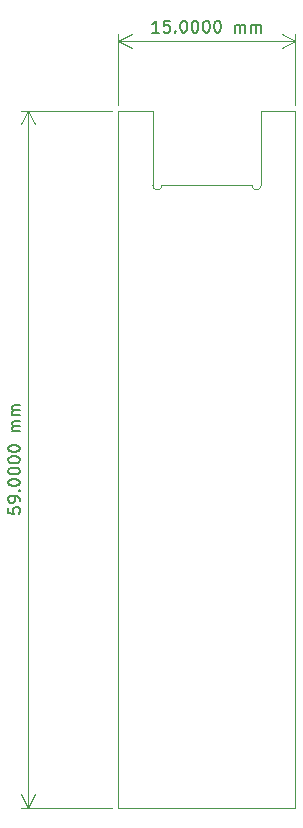
<source format=gbr>
%TF.GenerationSoftware,KiCad,Pcbnew,7.0.10*%
%TF.CreationDate,2024-01-20T01:54:22+09:00*%
%TF.ProjectId,slim,736c696d-2e6b-4696-9361-645f70636258,rev?*%
%TF.SameCoordinates,Original*%
%TF.FileFunction,Profile,NP*%
%FSLAX46Y46*%
G04 Gerber Fmt 4.6, Leading zero omitted, Abs format (unit mm)*
G04 Created by KiCad (PCBNEW 7.0.10) date 2024-01-20 01:54:22*
%MOMM*%
%LPD*%
G01*
G04 APERTURE LIST*
%ADD10C,0.150000*%
%TA.AperFunction,Profile*%
%ADD11C,0.100000*%
%TD*%
G04 APERTURE END LIST*
D10*
X60684819Y-93355237D02*
X60684819Y-93831427D01*
X60684819Y-93831427D02*
X61161009Y-93879046D01*
X61161009Y-93879046D02*
X61113390Y-93831427D01*
X61113390Y-93831427D02*
X61065771Y-93736189D01*
X61065771Y-93736189D02*
X61065771Y-93498094D01*
X61065771Y-93498094D02*
X61113390Y-93402856D01*
X61113390Y-93402856D02*
X61161009Y-93355237D01*
X61161009Y-93355237D02*
X61256247Y-93307618D01*
X61256247Y-93307618D02*
X61494342Y-93307618D01*
X61494342Y-93307618D02*
X61589580Y-93355237D01*
X61589580Y-93355237D02*
X61637200Y-93402856D01*
X61637200Y-93402856D02*
X61684819Y-93498094D01*
X61684819Y-93498094D02*
X61684819Y-93736189D01*
X61684819Y-93736189D02*
X61637200Y-93831427D01*
X61637200Y-93831427D02*
X61589580Y-93879046D01*
X61684819Y-92831427D02*
X61684819Y-92640951D01*
X61684819Y-92640951D02*
X61637200Y-92545713D01*
X61637200Y-92545713D02*
X61589580Y-92498094D01*
X61589580Y-92498094D02*
X61446723Y-92402856D01*
X61446723Y-92402856D02*
X61256247Y-92355237D01*
X61256247Y-92355237D02*
X60875295Y-92355237D01*
X60875295Y-92355237D02*
X60780057Y-92402856D01*
X60780057Y-92402856D02*
X60732438Y-92450475D01*
X60732438Y-92450475D02*
X60684819Y-92545713D01*
X60684819Y-92545713D02*
X60684819Y-92736189D01*
X60684819Y-92736189D02*
X60732438Y-92831427D01*
X60732438Y-92831427D02*
X60780057Y-92879046D01*
X60780057Y-92879046D02*
X60875295Y-92926665D01*
X60875295Y-92926665D02*
X61113390Y-92926665D01*
X61113390Y-92926665D02*
X61208628Y-92879046D01*
X61208628Y-92879046D02*
X61256247Y-92831427D01*
X61256247Y-92831427D02*
X61303866Y-92736189D01*
X61303866Y-92736189D02*
X61303866Y-92545713D01*
X61303866Y-92545713D02*
X61256247Y-92450475D01*
X61256247Y-92450475D02*
X61208628Y-92402856D01*
X61208628Y-92402856D02*
X61113390Y-92355237D01*
X61589580Y-91926665D02*
X61637200Y-91879046D01*
X61637200Y-91879046D02*
X61684819Y-91926665D01*
X61684819Y-91926665D02*
X61637200Y-91974284D01*
X61637200Y-91974284D02*
X61589580Y-91926665D01*
X61589580Y-91926665D02*
X61684819Y-91926665D01*
X60684819Y-91259999D02*
X60684819Y-91164761D01*
X60684819Y-91164761D02*
X60732438Y-91069523D01*
X60732438Y-91069523D02*
X60780057Y-91021904D01*
X60780057Y-91021904D02*
X60875295Y-90974285D01*
X60875295Y-90974285D02*
X61065771Y-90926666D01*
X61065771Y-90926666D02*
X61303866Y-90926666D01*
X61303866Y-90926666D02*
X61494342Y-90974285D01*
X61494342Y-90974285D02*
X61589580Y-91021904D01*
X61589580Y-91021904D02*
X61637200Y-91069523D01*
X61637200Y-91069523D02*
X61684819Y-91164761D01*
X61684819Y-91164761D02*
X61684819Y-91259999D01*
X61684819Y-91259999D02*
X61637200Y-91355237D01*
X61637200Y-91355237D02*
X61589580Y-91402856D01*
X61589580Y-91402856D02*
X61494342Y-91450475D01*
X61494342Y-91450475D02*
X61303866Y-91498094D01*
X61303866Y-91498094D02*
X61065771Y-91498094D01*
X61065771Y-91498094D02*
X60875295Y-91450475D01*
X60875295Y-91450475D02*
X60780057Y-91402856D01*
X60780057Y-91402856D02*
X60732438Y-91355237D01*
X60732438Y-91355237D02*
X60684819Y-91259999D01*
X60684819Y-90307618D02*
X60684819Y-90212380D01*
X60684819Y-90212380D02*
X60732438Y-90117142D01*
X60732438Y-90117142D02*
X60780057Y-90069523D01*
X60780057Y-90069523D02*
X60875295Y-90021904D01*
X60875295Y-90021904D02*
X61065771Y-89974285D01*
X61065771Y-89974285D02*
X61303866Y-89974285D01*
X61303866Y-89974285D02*
X61494342Y-90021904D01*
X61494342Y-90021904D02*
X61589580Y-90069523D01*
X61589580Y-90069523D02*
X61637200Y-90117142D01*
X61637200Y-90117142D02*
X61684819Y-90212380D01*
X61684819Y-90212380D02*
X61684819Y-90307618D01*
X61684819Y-90307618D02*
X61637200Y-90402856D01*
X61637200Y-90402856D02*
X61589580Y-90450475D01*
X61589580Y-90450475D02*
X61494342Y-90498094D01*
X61494342Y-90498094D02*
X61303866Y-90545713D01*
X61303866Y-90545713D02*
X61065771Y-90545713D01*
X61065771Y-90545713D02*
X60875295Y-90498094D01*
X60875295Y-90498094D02*
X60780057Y-90450475D01*
X60780057Y-90450475D02*
X60732438Y-90402856D01*
X60732438Y-90402856D02*
X60684819Y-90307618D01*
X60684819Y-89355237D02*
X60684819Y-89259999D01*
X60684819Y-89259999D02*
X60732438Y-89164761D01*
X60732438Y-89164761D02*
X60780057Y-89117142D01*
X60780057Y-89117142D02*
X60875295Y-89069523D01*
X60875295Y-89069523D02*
X61065771Y-89021904D01*
X61065771Y-89021904D02*
X61303866Y-89021904D01*
X61303866Y-89021904D02*
X61494342Y-89069523D01*
X61494342Y-89069523D02*
X61589580Y-89117142D01*
X61589580Y-89117142D02*
X61637200Y-89164761D01*
X61637200Y-89164761D02*
X61684819Y-89259999D01*
X61684819Y-89259999D02*
X61684819Y-89355237D01*
X61684819Y-89355237D02*
X61637200Y-89450475D01*
X61637200Y-89450475D02*
X61589580Y-89498094D01*
X61589580Y-89498094D02*
X61494342Y-89545713D01*
X61494342Y-89545713D02*
X61303866Y-89593332D01*
X61303866Y-89593332D02*
X61065771Y-89593332D01*
X61065771Y-89593332D02*
X60875295Y-89545713D01*
X60875295Y-89545713D02*
X60780057Y-89498094D01*
X60780057Y-89498094D02*
X60732438Y-89450475D01*
X60732438Y-89450475D02*
X60684819Y-89355237D01*
X60684819Y-88402856D02*
X60684819Y-88307618D01*
X60684819Y-88307618D02*
X60732438Y-88212380D01*
X60732438Y-88212380D02*
X60780057Y-88164761D01*
X60780057Y-88164761D02*
X60875295Y-88117142D01*
X60875295Y-88117142D02*
X61065771Y-88069523D01*
X61065771Y-88069523D02*
X61303866Y-88069523D01*
X61303866Y-88069523D02*
X61494342Y-88117142D01*
X61494342Y-88117142D02*
X61589580Y-88164761D01*
X61589580Y-88164761D02*
X61637200Y-88212380D01*
X61637200Y-88212380D02*
X61684819Y-88307618D01*
X61684819Y-88307618D02*
X61684819Y-88402856D01*
X61684819Y-88402856D02*
X61637200Y-88498094D01*
X61637200Y-88498094D02*
X61589580Y-88545713D01*
X61589580Y-88545713D02*
X61494342Y-88593332D01*
X61494342Y-88593332D02*
X61303866Y-88640951D01*
X61303866Y-88640951D02*
X61065771Y-88640951D01*
X61065771Y-88640951D02*
X60875295Y-88593332D01*
X60875295Y-88593332D02*
X60780057Y-88545713D01*
X60780057Y-88545713D02*
X60732438Y-88498094D01*
X60732438Y-88498094D02*
X60684819Y-88402856D01*
X61684819Y-86879046D02*
X61018152Y-86879046D01*
X61113390Y-86879046D02*
X61065771Y-86831427D01*
X61065771Y-86831427D02*
X61018152Y-86736189D01*
X61018152Y-86736189D02*
X61018152Y-86593332D01*
X61018152Y-86593332D02*
X61065771Y-86498094D01*
X61065771Y-86498094D02*
X61161009Y-86450475D01*
X61161009Y-86450475D02*
X61684819Y-86450475D01*
X61161009Y-86450475D02*
X61065771Y-86402856D01*
X61065771Y-86402856D02*
X61018152Y-86307618D01*
X61018152Y-86307618D02*
X61018152Y-86164761D01*
X61018152Y-86164761D02*
X61065771Y-86069522D01*
X61065771Y-86069522D02*
X61161009Y-86021903D01*
X61161009Y-86021903D02*
X61684819Y-86021903D01*
X61684819Y-85545713D02*
X61018152Y-85545713D01*
X61113390Y-85545713D02*
X61065771Y-85498094D01*
X61065771Y-85498094D02*
X61018152Y-85402856D01*
X61018152Y-85402856D02*
X61018152Y-85259999D01*
X61018152Y-85259999D02*
X61065771Y-85164761D01*
X61065771Y-85164761D02*
X61161009Y-85117142D01*
X61161009Y-85117142D02*
X61684819Y-85117142D01*
X61161009Y-85117142D02*
X61065771Y-85069523D01*
X61065771Y-85069523D02*
X61018152Y-84974285D01*
X61018152Y-84974285D02*
X61018152Y-84831428D01*
X61018152Y-84831428D02*
X61065771Y-84736189D01*
X61065771Y-84736189D02*
X61161009Y-84688570D01*
X61161009Y-84688570D02*
X61684819Y-84688570D01*
D11*
X69510000Y-118760000D02*
X61793580Y-118760000D01*
X69510000Y-59760000D02*
X61793580Y-59760000D01*
X62380000Y-118760000D02*
X62380000Y-59760000D01*
X62380000Y-118760000D02*
X62380000Y-59760000D01*
X62380000Y-118760000D02*
X61793579Y-117633496D01*
X62380000Y-118760000D02*
X62966421Y-117633496D01*
X62380000Y-59760000D02*
X62966421Y-60886504D01*
X62380000Y-59760000D02*
X61793579Y-60886504D01*
D10*
X73462381Y-53134819D02*
X72890953Y-53134819D01*
X73176667Y-53134819D02*
X73176667Y-52134819D01*
X73176667Y-52134819D02*
X73081429Y-52277676D01*
X73081429Y-52277676D02*
X72986191Y-52372914D01*
X72986191Y-52372914D02*
X72890953Y-52420533D01*
X74367143Y-52134819D02*
X73890953Y-52134819D01*
X73890953Y-52134819D02*
X73843334Y-52611009D01*
X73843334Y-52611009D02*
X73890953Y-52563390D01*
X73890953Y-52563390D02*
X73986191Y-52515771D01*
X73986191Y-52515771D02*
X74224286Y-52515771D01*
X74224286Y-52515771D02*
X74319524Y-52563390D01*
X74319524Y-52563390D02*
X74367143Y-52611009D01*
X74367143Y-52611009D02*
X74414762Y-52706247D01*
X74414762Y-52706247D02*
X74414762Y-52944342D01*
X74414762Y-52944342D02*
X74367143Y-53039580D01*
X74367143Y-53039580D02*
X74319524Y-53087200D01*
X74319524Y-53087200D02*
X74224286Y-53134819D01*
X74224286Y-53134819D02*
X73986191Y-53134819D01*
X73986191Y-53134819D02*
X73890953Y-53087200D01*
X73890953Y-53087200D02*
X73843334Y-53039580D01*
X74843334Y-53039580D02*
X74890953Y-53087200D01*
X74890953Y-53087200D02*
X74843334Y-53134819D01*
X74843334Y-53134819D02*
X74795715Y-53087200D01*
X74795715Y-53087200D02*
X74843334Y-53039580D01*
X74843334Y-53039580D02*
X74843334Y-53134819D01*
X75510000Y-52134819D02*
X75605238Y-52134819D01*
X75605238Y-52134819D02*
X75700476Y-52182438D01*
X75700476Y-52182438D02*
X75748095Y-52230057D01*
X75748095Y-52230057D02*
X75795714Y-52325295D01*
X75795714Y-52325295D02*
X75843333Y-52515771D01*
X75843333Y-52515771D02*
X75843333Y-52753866D01*
X75843333Y-52753866D02*
X75795714Y-52944342D01*
X75795714Y-52944342D02*
X75748095Y-53039580D01*
X75748095Y-53039580D02*
X75700476Y-53087200D01*
X75700476Y-53087200D02*
X75605238Y-53134819D01*
X75605238Y-53134819D02*
X75510000Y-53134819D01*
X75510000Y-53134819D02*
X75414762Y-53087200D01*
X75414762Y-53087200D02*
X75367143Y-53039580D01*
X75367143Y-53039580D02*
X75319524Y-52944342D01*
X75319524Y-52944342D02*
X75271905Y-52753866D01*
X75271905Y-52753866D02*
X75271905Y-52515771D01*
X75271905Y-52515771D02*
X75319524Y-52325295D01*
X75319524Y-52325295D02*
X75367143Y-52230057D01*
X75367143Y-52230057D02*
X75414762Y-52182438D01*
X75414762Y-52182438D02*
X75510000Y-52134819D01*
X76462381Y-52134819D02*
X76557619Y-52134819D01*
X76557619Y-52134819D02*
X76652857Y-52182438D01*
X76652857Y-52182438D02*
X76700476Y-52230057D01*
X76700476Y-52230057D02*
X76748095Y-52325295D01*
X76748095Y-52325295D02*
X76795714Y-52515771D01*
X76795714Y-52515771D02*
X76795714Y-52753866D01*
X76795714Y-52753866D02*
X76748095Y-52944342D01*
X76748095Y-52944342D02*
X76700476Y-53039580D01*
X76700476Y-53039580D02*
X76652857Y-53087200D01*
X76652857Y-53087200D02*
X76557619Y-53134819D01*
X76557619Y-53134819D02*
X76462381Y-53134819D01*
X76462381Y-53134819D02*
X76367143Y-53087200D01*
X76367143Y-53087200D02*
X76319524Y-53039580D01*
X76319524Y-53039580D02*
X76271905Y-52944342D01*
X76271905Y-52944342D02*
X76224286Y-52753866D01*
X76224286Y-52753866D02*
X76224286Y-52515771D01*
X76224286Y-52515771D02*
X76271905Y-52325295D01*
X76271905Y-52325295D02*
X76319524Y-52230057D01*
X76319524Y-52230057D02*
X76367143Y-52182438D01*
X76367143Y-52182438D02*
X76462381Y-52134819D01*
X77414762Y-52134819D02*
X77510000Y-52134819D01*
X77510000Y-52134819D02*
X77605238Y-52182438D01*
X77605238Y-52182438D02*
X77652857Y-52230057D01*
X77652857Y-52230057D02*
X77700476Y-52325295D01*
X77700476Y-52325295D02*
X77748095Y-52515771D01*
X77748095Y-52515771D02*
X77748095Y-52753866D01*
X77748095Y-52753866D02*
X77700476Y-52944342D01*
X77700476Y-52944342D02*
X77652857Y-53039580D01*
X77652857Y-53039580D02*
X77605238Y-53087200D01*
X77605238Y-53087200D02*
X77510000Y-53134819D01*
X77510000Y-53134819D02*
X77414762Y-53134819D01*
X77414762Y-53134819D02*
X77319524Y-53087200D01*
X77319524Y-53087200D02*
X77271905Y-53039580D01*
X77271905Y-53039580D02*
X77224286Y-52944342D01*
X77224286Y-52944342D02*
X77176667Y-52753866D01*
X77176667Y-52753866D02*
X77176667Y-52515771D01*
X77176667Y-52515771D02*
X77224286Y-52325295D01*
X77224286Y-52325295D02*
X77271905Y-52230057D01*
X77271905Y-52230057D02*
X77319524Y-52182438D01*
X77319524Y-52182438D02*
X77414762Y-52134819D01*
X78367143Y-52134819D02*
X78462381Y-52134819D01*
X78462381Y-52134819D02*
X78557619Y-52182438D01*
X78557619Y-52182438D02*
X78605238Y-52230057D01*
X78605238Y-52230057D02*
X78652857Y-52325295D01*
X78652857Y-52325295D02*
X78700476Y-52515771D01*
X78700476Y-52515771D02*
X78700476Y-52753866D01*
X78700476Y-52753866D02*
X78652857Y-52944342D01*
X78652857Y-52944342D02*
X78605238Y-53039580D01*
X78605238Y-53039580D02*
X78557619Y-53087200D01*
X78557619Y-53087200D02*
X78462381Y-53134819D01*
X78462381Y-53134819D02*
X78367143Y-53134819D01*
X78367143Y-53134819D02*
X78271905Y-53087200D01*
X78271905Y-53087200D02*
X78224286Y-53039580D01*
X78224286Y-53039580D02*
X78176667Y-52944342D01*
X78176667Y-52944342D02*
X78129048Y-52753866D01*
X78129048Y-52753866D02*
X78129048Y-52515771D01*
X78129048Y-52515771D02*
X78176667Y-52325295D01*
X78176667Y-52325295D02*
X78224286Y-52230057D01*
X78224286Y-52230057D02*
X78271905Y-52182438D01*
X78271905Y-52182438D02*
X78367143Y-52134819D01*
X79890953Y-53134819D02*
X79890953Y-52468152D01*
X79890953Y-52563390D02*
X79938572Y-52515771D01*
X79938572Y-52515771D02*
X80033810Y-52468152D01*
X80033810Y-52468152D02*
X80176667Y-52468152D01*
X80176667Y-52468152D02*
X80271905Y-52515771D01*
X80271905Y-52515771D02*
X80319524Y-52611009D01*
X80319524Y-52611009D02*
X80319524Y-53134819D01*
X80319524Y-52611009D02*
X80367143Y-52515771D01*
X80367143Y-52515771D02*
X80462381Y-52468152D01*
X80462381Y-52468152D02*
X80605238Y-52468152D01*
X80605238Y-52468152D02*
X80700477Y-52515771D01*
X80700477Y-52515771D02*
X80748096Y-52611009D01*
X80748096Y-52611009D02*
X80748096Y-53134819D01*
X81224286Y-53134819D02*
X81224286Y-52468152D01*
X81224286Y-52563390D02*
X81271905Y-52515771D01*
X81271905Y-52515771D02*
X81367143Y-52468152D01*
X81367143Y-52468152D02*
X81510000Y-52468152D01*
X81510000Y-52468152D02*
X81605238Y-52515771D01*
X81605238Y-52515771D02*
X81652857Y-52611009D01*
X81652857Y-52611009D02*
X81652857Y-53134819D01*
X81652857Y-52611009D02*
X81700476Y-52515771D01*
X81700476Y-52515771D02*
X81795714Y-52468152D01*
X81795714Y-52468152D02*
X81938571Y-52468152D01*
X81938571Y-52468152D02*
X82033810Y-52515771D01*
X82033810Y-52515771D02*
X82081429Y-52611009D01*
X82081429Y-52611009D02*
X82081429Y-53134819D01*
D11*
X85010000Y-59260000D02*
X85010000Y-53243580D01*
X70010000Y-59260000D02*
X70010000Y-53243580D01*
X85010000Y-53830000D02*
X70010000Y-53830000D01*
X85010000Y-53830000D02*
X70010000Y-53830000D01*
X85010000Y-53830000D02*
X83883496Y-54416421D01*
X85010000Y-53830000D02*
X83883496Y-53243579D01*
X70010000Y-53830000D02*
X71136504Y-53243579D01*
X70010000Y-53830000D02*
X71136504Y-54416421D01*
X72910000Y-59760000D02*
X70010000Y-59760000D01*
X82110000Y-59760000D02*
X82110000Y-66060000D01*
X81310000Y-66060000D02*
G75*
G03*
X82110000Y-66060000I400000J0D01*
G01*
X70010000Y-118760000D02*
X85010000Y-118760000D01*
X82110000Y-59760000D02*
X82110000Y-66060000D01*
X70010000Y-59760000D02*
X70010000Y-118760000D01*
X72910000Y-66060000D02*
G75*
G03*
X73710000Y-66060000I400000J0D01*
G01*
X81310000Y-66060000D02*
G75*
G03*
X82110000Y-66060000I400000J0D01*
G01*
X85010000Y-118760000D02*
X85010000Y-59760000D01*
X72910000Y-66060000D02*
G75*
G03*
X73710000Y-66060000I400000J0D01*
G01*
X72910000Y-66060000D02*
X72910000Y-59760000D01*
X81310000Y-66060000D02*
X73710000Y-66060000D01*
X81310000Y-66060000D02*
X73710000Y-66060000D01*
X72910000Y-66060000D02*
X72910000Y-59760000D01*
X85010000Y-59760000D02*
X82110000Y-59760000D01*
M02*

</source>
